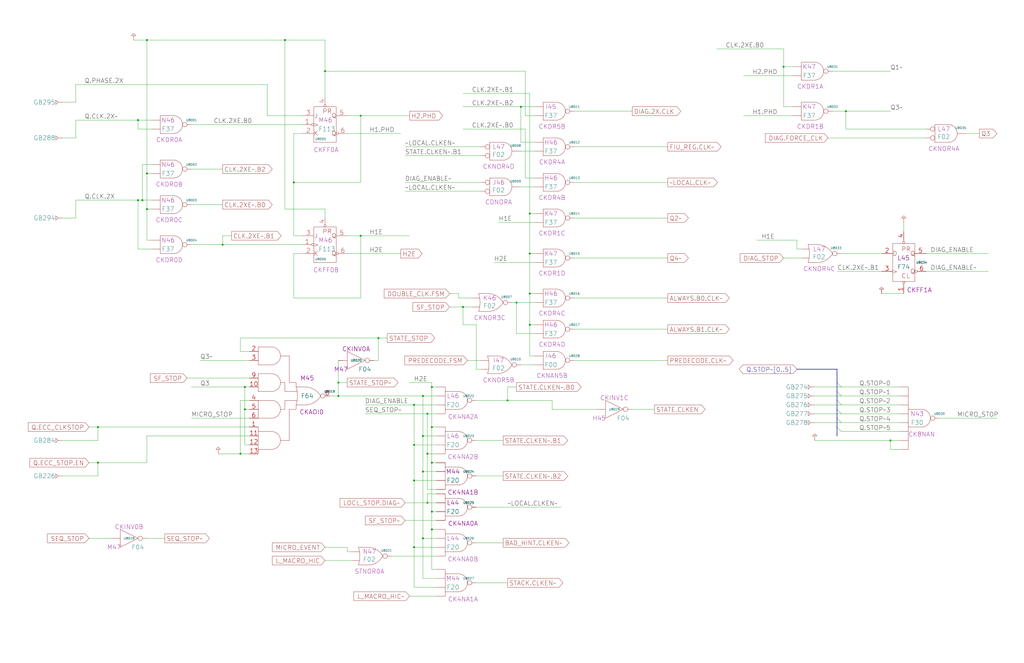
<source format=kicad_sch>
(kicad_sch (version 20211123) (generator eeschema)
  (paper "User" 584.2 378.46)
  (title_block (title "CLOCK GENERATION") (date "22-MAY-90") (rev "1.0") (comment 1 "SEQUENCER") (comment 2 "232-003064") (comment 3 "S400") (comment 4 "RELEASED"))
  (lib_symbols
    (symbol "r1000:F00" (pin_numbers hide) (pin_names hide)
      (property "Reference" "U" (at 15.24 0 0))
      (property "Value" "F00" (at 1.905 -5.08 0))
      (property "Location" "___" (at 1.905 0 0))
      (property "Name" "______" (at 2.54 -12.7 0))
      (symbol "F00_1_1"
        (pin input line (at -7.62 0 0) (length 5.08) (name "D0") (number "1"))
        (pin input line (at -7.62 -5.08 0) (length 5.08) (name "D1") (number "2"))
        (pin output line (at 15.24 -2.54 180) (length 2.54) (name "Q") (number "3"))
      )
      (symbol "F00_1_2"
        (pin input line (at -7.62 0 0) (length 2.54) (name "D0") (number "1"))
        (pin input line (at -7.62 -5.08 0) (length 2.54) (name "D1") (number "2"))
        (pin output line (at 15.24 -2.54 180) (length 5.08) (name "Q") (number "3"))
      )
    )
    (symbol "r1000:F02" (pin_numbers hide) (pin_names hide)
      (property "Reference" "U" (at 12.16 0.635 0))
      (property "Value" "F02" (at -1.27 -4.445 0))
      (property "Location" "___" (at 2.54 0 0))
      (property "Name" "______" (at 2.54 -12.7 0))
      (symbol "F02_1_1"
        (pin input line (at -7.62 0 0) (length 2.54) (name "D0") (number "1"))
        (pin input line (at -7.62 -5.08 0) (length 2.54) (name "D1") (number "2"))
        (pin output line (at 15.24 -2.54 180) (length 1.27) (name "Q") (number "3"))
      )
      (symbol "F02_1_2"
        (pin input line (at -7.62 0 0) (length 2.54) (name "D0") (number "1"))
        (pin input line (at -7.62 -5.08 0) (length 2.54) (name "D1") (number "2"))
        (pin output line (at 15.24 -2.54 180) (length 2.54) (name "Q") (number "3"))
      )
    )
    (symbol "r1000:F04" (pin_numbers hide) (pin_names hide)
      (property "Reference" "U" (at 0 0 0))
      (property "Value" "F04" (at 1.27 -5.08 0))
      (property "Location" "___" (at -12.7 -5.08 0))
      (property "Name" "______" (at 0 5.08 0))
      (symbol "F04_1_1"
        (pin input line (at -10.16 0 0) (length 2.54) (name "D") (number "1"))
        (pin output line (at 10.16 0 180) (length 2.54) (name "Q") (number "2"))
      )
    )
    (symbol "r1000:F113" (pin_names (offset 1.016) hide)
      (property "Reference" "U" (at 0 -10.795 0))
      (property "Value" "F113" (at -1.27 -5.08 0))
      (property "Location" "___" (at -1.27 0 0))
      (property "Name" "______" (at 3.175 -18.415 0))
      (symbol "F113_1_1"
        (text ">" (at -2.54 -2.54 0) (effects (font (size 2.54 2.54))))
        (text "J" (at -2.54 2.54 0) (effects (font (size 2.54 2.54))))
        (text "K" (at -2.54 -7.62 0) (effects (font (size 2.54 2.54))))
        (text "P" (at 2.54 5.08 0) (effects (font (size 2.54 2.54))))
        (text "Q" (at 7.62 -7.62 0) (effects (font (size 2.54 2.54))))
        (text "Q" (at 7.62 2.54 0) (effects (font (size 2.54 2.54))))
        (text "R" (at 5.08 5.08 0) (effects (font (size 2.54 2.54))))
        (pin input line (at -10.16 -2.54 0) (length 5.08) (name "CLK_") (number "1"))
        (pin input line (at -10.16 -7.62 0) (length 6.35) (name "K") (number "2"))
        (pin input line (at -10.16 2.54 0) (length 6.35) (name "J") (number "3"))
        (pin input line (at 2.54 12.7 270) (length 3.81) (name "PR_") (number "4"))
        (pin output line (at 15.24 2.54 180) (length 6.35) (name "Q") (number "5"))
        (pin output line (at 15.24 -7.62 180) (length 5.08) (name "Q_") (number "6"))
      )
    )
    (symbol "r1000:F20" (pin_numbers hide) (pin_names hide)
      (property "Reference" "U" (at 8.255 2.54 0))
      (property "Value" "F20" (at -0.635 -2.54 0))
      (property "Location" "___" (at -0.635 2.54 0))
      (property "Name" "______" (at 5.08 -10.795 0))
      (symbol "F20_1_1"
        (pin input line (at -10.16 7.62 0) (length 5.08) (name "D0") (number "1"))
        (pin input line (at -10.16 2.54 0) (length 5.08) (name "D1") (number "2"))
        (pin input line (at -10.16 -2.54 0) (length 5.08) (name "D2") (number "4"))
        (pin input line (at -10.16 -7.62 0) (length 5.08) (name "D3") (number "5"))
        (pin output line (at 12.7 0 180) (length 2.54) (name "Q") (number "6"))
      )
      (symbol "F20_1_2"
        (pin input line (at -10.16 7.62 0) (length 1.27) (name "D0") (number "1"))
        (pin input line (at -10.16 2.54 0) (length 1.905) (name "D1") (number "2"))
        (pin input line (at -10.16 -2.54 0) (length 1.905) (name "D2") (number "4"))
        (pin input line (at -10.16 -7.62 0) (length 1.27) (name "D3") (number "5"))
        (pin output line (at 12.7 0 180) (length 5.08) (name "Q") (number "6"))
      )
    )
    (symbol "r1000:F30" (pin_numbers hide) (pin_names hide)
      (property "Reference" "U" (at 15.24 2.54 0))
      (property "Value" "F30" (at 2.54 -2.54 0))
      (property "Location" "___" (at 2.54 2.54 0))
      (property "Name" "______" (at 5.08 -10.62 0))
      (symbol "F30_1_1"
        (pin input line (at -7.62 7.62 0) (length 5.08) (name "D0") (number "1"))
        (pin input line (at -7.62 17.78 0) (length 5.08) (name "D1") (number "11"))
        (pin input line (at -7.62 12.7 0) (length 5.08) (name "D2") (number "12"))
        (pin input line (at -7.62 2.54 0) (length 5.08) (name "D3") (number "2"))
        (pin input line (at -7.62 -2.54 0) (length 5.08) (name "D4") (number "3"))
        (pin input line (at -7.62 -7.62 0) (length 5.08) (name "D5") (number "4"))
        (pin input line (at -7.62 -12.7 0) (length 5.08) (name "D6") (number "5"))
        (pin input line (at -7.62 -17.78 0) (length 5.08) (name "D7") (number "6"))
        (pin output line (at 15.24 0 180) (length 2.54) (name "Q") (number "8"))
      )
    )
    (symbol "r1000:F37" (pin_numbers hide) (pin_names (offset 0) hide)
      (property "Reference" "U" (at 15.24 0 0))
      (property "Value" "F37" (at 1.905 -5.08 0))
      (property "Location" "___" (at 1.905 0 0))
      (property "Name" "______" (at 2.54 -12.7 0))
      (symbol "F37_1_1"
        (pin input line (at -7.62 0 0) (length 5.08) (name "D0") (number "1"))
        (pin input line (at -7.62 -5.08 0) (length 5.08) (name "D1") (number "2"))
        (pin output line (at 15.24 -2.54 180) (length 2.54) (name "Q") (number "3"))
      )
      (symbol "F37_1_2"
        (pin input line (at -7.62 0 0) (length 2.54) (name "D0") (number "1"))
        (pin input line (at -7.62 -5.08 0) (length 2.54) (name "D1") (number "2"))
        (pin output line (at 15.24 -2.54 180) (length 5.08) (name "Q") (number "3"))
      )
    )
    (symbol "r1000:F64" (pin_names hide)
      (property "Reference" "U" (at 15.24 2.54 0))
      (property "Value" "F64" (at 2.54 0 0))
      (property "Location" "___" (at 2.54 10.16 0))
      (property "Name" "______" (at 5.08 -10.62 0))
      (symbol "F64_1_1"
        (pin input line (at -30.48 -17.78 0) (length 5.08) (name "D0") (number "1"))
        (pin input line (at -30.48 5.08 0) (length 5.08) (name "B1") (number "10"))
        (pin input line (at -30.48 -22.86 0) (length 5.08) (name "D1") (number "11"))
        (pin input line (at -30.48 -27.94 0) (length 5.08) (name "D2") (number "12"))
        (pin input line (at -30.48 -33.02 0) (length 5.08) (name "D3") (number "13"))
        (pin input line (at -30.48 25.4 0) (length 5.08) (name "A0") (number "2"))
        (pin input line (at -30.48 20.32 0) (length 5.08) (name "A1") (number "3"))
        (pin input line (at -30.48 -2.54 0) (length 5.08) (name "C0") (number "4"))
        (pin input line (at -30.48 -7.62 0) (length 5.08) (name "C1") (number "5"))
        (pin input line (at -30.48 -12.7 0) (length 5.08) (name "C2") (number "6"))
        (pin output line (at 15.24 0 180) (length 2.54) (name "Q") (number "8"))
        (pin input line (at -30.48 10.16 0) (length 5.08) (name "B0") (number "9"))
      )
    )
    (symbol "r1000:F74" (pin_names (offset 1.016) hide)
      (property "Reference" "U" (at 12.7 -2.54 0))
      (property "Value" "F74" (at -1.27 -5.08 0))
      (property "Location" "___" (at -1.27 0 0))
      (property "Name" "______" (at 11.43 -19.685 0))
      (symbol "F74_1_1"
        (text ">" (at -2.54 -7.62 0) (effects (font (size 2.54 2.54))))
        (text "C" (at 2.54 -10.16 0) (effects (font (size 2.54 2.54))))
        (text "D" (at -2.54 2.54 0) (effects (font (size 2.54 2.54))))
        (text "L" (at 5.08 -10.16 0) (effects (font (size 2.54 2.54))))
        (text "P" (at 2.54 5.08 0) (effects (font (size 2.54 2.54))))
        (text "Q" (at 7.62 -7.62 0) (effects (font (size 2.54 2.54))))
        (text "Q" (at 7.62 2.54 0) (effects (font (size 2.54 2.54))))
        (text "R" (at 5.08 5.08 0) (effects (font (size 2.54 2.54))))
        (pin input line (at 2.54 -20.32 90) (length 5.08) (name "CL_") (number "1"))
        (pin input line (at -10.16 2.54 0) (length 6.35) (name "D") (number "2"))
        (pin input line (at -10.16 -7.62 0) (length 6.35) (name "CLK") (number "3"))
        (pin input line (at 2.54 15.24 270) (length 5.08) (name "PR_") (number "4"))
        (pin output line (at 15.24 2.54 180) (length 6.35) (name "Q") (number "5"))
        (pin output line (at 15.24 -7.62 180) (length 5.08) (name "Q_") (number "6"))
      )
    )
    (symbol "r1000:GB" (pin_numbers hide) (pin_names (offset 0) hide)
      (property "Reference" "GB" (at 3.81 0 0))
      (symbol "GB_1_1"
        (pin bidirectional line (at 0 0 0) (length 2.54) (name "") (number "1"))
      )
    )
    (symbol "r1000:PU" (power) (pin_numbers hide) (pin_names hide)
      (symbol "PU_1_1"
        (pin power_in line (at 0 0 90) (length 2.54) (name "PU") (number "1"))
      )
    )
  )
  (bus (pts (xy 454.66 210.82) (xy 477.52 210.82)))
  (bus (pts (xy 477.52 210.82) (xy 477.52 218.44)))
  (bus (pts (xy 477.52 218.44) (xy 477.52 223.52)))
  (bus (pts (xy 477.52 223.52) (xy 477.52 228.6)))
  (bus (pts (xy 477.52 228.6) (xy 477.52 233.68)))
  (bus (pts (xy 477.52 233.68) (xy 477.52 238.76)))
  (bus (pts (xy 477.52 238.76) (xy 477.52 243.84)))
  (bus (pts (xy 477.52 243.84) (xy 477.52 248.92)))
  (wire (pts (xy 106.68 215.9) (xy 142.24 215.9)))
  (wire (pts (xy 109.22 116.84) (xy 127 116.84)))
  (wire (pts (xy 109.22 139.7) (xy 127 139.7)))
  (wire (pts (xy 109.22 220.98) (xy 139.7 220.98)))
  (wire (pts (xy 109.22 238.76) (xy 142.24 238.76)))
  (wire (pts (xy 109.22 71.12) (xy 172.72 71.12)))
  (wire (pts (xy 109.22 96.52) (xy 127 96.52)))
  (wire (pts (xy 114.3 205.74) (xy 142.24 205.74)))
  (wire (pts (xy 124.46 259.08) (xy 137.16 259.08)))
  (wire (pts (xy 127 134.62) (xy 127 139.7)))
  (wire (pts (xy 127 139.7) (xy 172.72 139.7)))
  (wire (pts (xy 132.08 134.62) (xy 127 134.62)))
  (wire (pts (xy 137.16 193.04) (xy 215.9 193.04)))
  (wire (pts (xy 137.16 200.66) (xy 137.16 193.04)))
  (wire (pts (xy 137.16 200.66) (xy 142.24 200.66)))
  (wire (pts (xy 137.16 228.6) (xy 142.24 228.6)))
  (wire (pts (xy 137.16 259.08) (xy 137.16 228.6)))
  (wire (pts (xy 137.16 259.08) (xy 142.24 259.08)))
  (wire (pts (xy 139.7 220.98) (xy 139.7 233.68)))
  (wire (pts (xy 139.7 220.98) (xy 142.24 220.98)))
  (wire (pts (xy 139.7 233.68) (xy 139.7 254)))
  (wire (pts (xy 139.7 233.68) (xy 142.24 233.68)))
  (wire (pts (xy 139.7 254) (xy 142.24 254)))
  (wire (pts (xy 152.4 48.26) (xy 152.4 66.04)))
  (wire (pts (xy 152.4 66.04) (xy 172.72 66.04)))
  (wire (pts (xy 162.56 119.38) (xy 185.42 119.38)))
  (wire (pts (xy 162.56 22.86) (xy 162.56 119.38)))
  (wire (pts (xy 162.56 22.86) (xy 185.42 22.86)))
  (wire (pts (xy 167.64 104.14) (xy 167.64 134.62)))
  (wire (pts (xy 167.64 104.14) (xy 205.74 104.14)))
  (wire (pts (xy 167.64 134.62) (xy 172.72 134.62)))
  (wire (pts (xy 167.64 144.78) (xy 172.72 144.78)))
  (wire (pts (xy 167.64 170.18) (xy 167.64 144.78)))
  (wire (pts (xy 167.64 76.2) (xy 167.64 104.14)))
  (wire (pts (xy 172.72 76.2) (xy 167.64 76.2)))
  (wire (pts (xy 185.42 119.38) (xy 185.42 124.46)))
  (wire (pts (xy 185.42 22.86) (xy 185.42 40.64)))
  (wire (pts (xy 185.42 312.42) (xy 198.12 312.42)))
  (wire (pts (xy 185.42 320.04) (xy 200.66 320.04)))
  (wire (pts (xy 185.42 40.64) (xy 185.42 55.88)))
  (wire (pts (xy 185.42 40.64) (xy 299.72 40.64)))
  (wire (pts (xy 187.96 226.06) (xy 193.04 226.06)))
  (wire (pts (xy 193.04 205.74) (xy 193.04 218.44)))
  (wire (pts (xy 193.04 218.44) (xy 193.04 226.06)))
  (wire (pts (xy 193.04 218.44) (xy 198.12 218.44)))
  (wire (pts (xy 193.04 226.06) (xy 241.3 226.06)))
  (wire (pts (xy 198.12 134.62) (xy 205.74 134.62)))
  (wire (pts (xy 198.12 144.78) (xy 228.6 144.78)))
  (wire (pts (xy 198.12 312.42) (xy 198.12 314.96)))
  (wire (pts (xy 198.12 314.96) (xy 200.66 314.96)))
  (wire (pts (xy 198.12 66.04) (xy 205.74 66.04)))
  (wire (pts (xy 198.12 76.2) (xy 228.6 76.2)))
  (wire (pts (xy 205.74 134.62) (xy 205.74 170.18)))
  (wire (pts (xy 205.74 134.62) (xy 233.68 134.62)))
  (wire (pts (xy 205.74 170.18) (xy 167.64 170.18)))
  (wire (pts (xy 205.74 66.04) (xy 205.74 104.14)))
  (wire (pts (xy 205.74 66.04) (xy 233.68 66.04)))
  (wire (pts (xy 208.28 231.14) (xy 236.22 231.14)))
  (wire (pts (xy 208.28 236.22) (xy 243.84 236.22)))
  (wire (pts (xy 213.36 205.74) (xy 215.9 205.74)))
  (wire (pts (xy 215.9 193.04) (xy 220.98 193.04)))
  (wire (pts (xy 215.9 205.74) (xy 215.9 193.04)))
  (wire (pts (xy 223.52 317.5) (xy 248.92 317.5)))
  (wire (pts (xy 231.14 104.14) (xy 274.32 104.14)))
  (wire (pts (xy 231.14 109.22) (xy 274.32 109.22)))
  (wire (pts (xy 231.14 287.02) (xy 243.84 287.02)))
  (wire (pts (xy 231.14 297.18) (xy 248.92 297.18)))
  (wire (pts (xy 231.14 83.82) (xy 274.32 83.82)))
  (wire (pts (xy 231.14 88.9) (xy 274.32 88.9)))
  (wire (pts (xy 233.68 218.44) (xy 246.38 218.44)))
  (wire (pts (xy 233.68 340.36) (xy 248.92 340.36)))
  (wire (pts (xy 236.22 231.14) (xy 236.22 254)))
  (wire (pts (xy 236.22 231.14) (xy 248.92 231.14)))
  (wire (pts (xy 236.22 254) (xy 236.22 274.32)))
  (wire (pts (xy 236.22 254) (xy 248.92 254)))
  (wire (pts (xy 236.22 274.32) (xy 236.22 312.42)))
  (wire (pts (xy 236.22 274.32) (xy 248.92 274.32)))
  (wire (pts (xy 236.22 312.42) (xy 236.22 335.28)))
  (wire (pts (xy 236.22 312.42) (xy 248.92 312.42)))
  (wire (pts (xy 236.22 335.28) (xy 248.92 335.28)))
  (wire (pts (xy 241.3 226.06) (xy 241.3 248.92)))
  (wire (pts (xy 241.3 226.06) (xy 248.92 226.06)))
  (wire (pts (xy 241.3 248.92) (xy 241.3 269.24)))
  (wire (pts (xy 241.3 248.92) (xy 248.92 248.92)))
  (wire (pts (xy 241.3 269.24) (xy 241.3 307.34)))
  (wire (pts (xy 241.3 269.24) (xy 248.92 269.24)))
  (wire (pts (xy 241.3 307.34) (xy 241.3 330.2)))
  (wire (pts (xy 241.3 307.34) (xy 248.92 307.34)))
  (wire (pts (xy 241.3 330.2) (xy 248.92 330.2)))
  (wire (pts (xy 243.84 236.22) (xy 243.84 259.08)))
  (wire (pts (xy 243.84 236.22) (xy 248.92 236.22)))
  (wire (pts (xy 243.84 259.08) (xy 243.84 279.4)))
  (wire (pts (xy 243.84 259.08) (xy 248.92 259.08)))
  (wire (pts (xy 243.84 279.4) (xy 248.92 279.4)))
  (wire (pts (xy 243.84 281.94) (xy 243.84 287.02)))
  (wire (pts (xy 243.84 281.94) (xy 248.92 281.94)))
  (wire (pts (xy 243.84 287.02) (xy 248.92 287.02)))
  (wire (pts (xy 246.38 218.44) (xy 246.38 220.98)))
  (wire (pts (xy 246.38 220.98) (xy 246.38 243.84)))
  (wire (pts (xy 246.38 220.98) (xy 248.92 220.98)))
  (wire (pts (xy 246.38 243.84) (xy 246.38 264.16)))
  (wire (pts (xy 246.38 243.84) (xy 248.92 243.84)))
  (wire (pts (xy 246.38 264.16) (xy 246.38 292.1)))
  (wire (pts (xy 246.38 264.16) (xy 248.92 264.16)))
  (wire (pts (xy 246.38 292.1) (xy 246.38 302.26)))
  (wire (pts (xy 246.38 292.1) (xy 248.92 292.1)))
  (wire (pts (xy 246.38 302.26) (xy 246.38 325.12)))
  (wire (pts (xy 246.38 302.26) (xy 248.92 302.26)))
  (wire (pts (xy 246.38 325.12) (xy 248.92 325.12)))
  (wire (pts (xy 256.54 167.64) (xy 261.62 167.64)))
  (wire (pts (xy 256.54 175.26) (xy 264.16 175.26)))
  (wire (pts (xy 261.62 167.64) (xy 261.62 170.18)))
  (wire (pts (xy 261.62 170.18) (xy 269.24 170.18)))
  (wire (pts (xy 264.16 175.26) (xy 264.16 185.42)))
  (wire (pts (xy 264.16 175.26) (xy 269.24 175.26)))
  (wire (pts (xy 264.16 185.42) (xy 271.78 185.42)))
  (wire (pts (xy 264.16 53.34) (xy 302.26 53.34)))
  (wire (pts (xy 264.16 60.96) (xy 297.18 60.96)))
  (wire (pts (xy 264.16 73.66) (xy 299.72 73.66)))
  (wire (pts (xy 266.7 205.74) (xy 274.32 205.74)))
  (wire (pts (xy 271.78 185.42) (xy 271.78 210.82)))
  (wire (pts (xy 271.78 210.82) (xy 274.32 210.82)))
  (wire (pts (xy 271.78 228.6) (xy 289.56 228.6)))
  (wire (pts (xy 271.78 251.46) (xy 287.02 251.46)))
  (wire (pts (xy 271.78 271.78) (xy 287.02 271.78)))
  (wire (pts (xy 271.78 289.56) (xy 320.04 289.56)))
  (wire (pts (xy 271.78 309.88) (xy 287.02 309.88)))
  (wire (pts (xy 271.78 332.74) (xy 289.56 332.74)))
  (wire (pts (xy 281.94 149.86) (xy 304.8 149.86)))
  (wire (pts (xy 284.48 127) (xy 304.8 127)))
  (wire (pts (xy 289.56 220.98) (xy 289.56 228.6)))
  (wire (pts (xy 289.56 228.6) (xy 314.96 228.6)))
  (wire (pts (xy 292.1 172.72) (xy 294.64 172.72)))
  (wire (pts (xy 294.64 172.72) (xy 304.8 172.72)))
  (wire (pts (xy 294.64 190.5) (xy 294.64 172.72)))
  (wire (pts (xy 294.64 220.98) (xy 289.56 220.98)))
  (wire (pts (xy 297.18 106.68) (xy 304.8 106.68)))
  (wire (pts (xy 297.18 208.28) (xy 304.8 208.28)))
  (wire (pts (xy 297.18 60.96) (xy 304.8 60.96)))
  (wire (pts (xy 297.18 81.28) (xy 297.18 60.96)))
  (wire (pts (xy 297.18 86.36) (xy 304.8 86.36)))
  (wire (pts (xy 299.72 101.6) (xy 304.8 101.6)))
  (wire (pts (xy 299.72 40.64) (xy 299.72 66.04)))
  (wire (pts (xy 299.72 66.04) (xy 304.8 66.04)))
  (wire (pts (xy 299.72 73.66) (xy 299.72 101.6)))
  (wire (pts (xy 302.26 121.92) (xy 302.26 144.78)))
  (wire (pts (xy 302.26 121.92) (xy 304.8 121.92)))
  (wire (pts (xy 302.26 144.78) (xy 302.26 167.64)))
  (wire (pts (xy 302.26 144.78) (xy 304.8 144.78)))
  (wire (pts (xy 302.26 167.64) (xy 302.26 185.42)))
  (wire (pts (xy 302.26 167.64) (xy 304.8 167.64)))
  (wire (pts (xy 302.26 185.42) (xy 302.26 203.2)))
  (wire (pts (xy 302.26 185.42) (xy 304.8 185.42)))
  (wire (pts (xy 302.26 203.2) (xy 304.8 203.2)))
  (wire (pts (xy 302.26 53.34) (xy 302.26 121.92)))
  (wire (pts (xy 304.8 190.5) (xy 294.64 190.5)))
  (wire (pts (xy 304.8 81.28) (xy 297.18 81.28)))
  (wire (pts (xy 314.96 228.6) (xy 314.96 233.68)))
  (wire (pts (xy 314.96 233.68) (xy 340.36 233.68)))
  (wire (pts (xy 327.66 104.14) (xy 381 104.14)))
  (wire (pts (xy 327.66 124.46) (xy 381 124.46)))
  (wire (pts (xy 327.66 147.32) (xy 381 147.32)))
  (wire (pts (xy 327.66 170.18) (xy 381 170.18)))
  (wire (pts (xy 327.66 187.96) (xy 381 187.96)))
  (wire (pts (xy 327.66 205.74) (xy 381 205.74)))
  (wire (pts (xy 327.66 63.5) (xy 360.68 63.5)))
  (wire (pts (xy 327.66 83.82) (xy 381 83.82)))
  (wire (pts (xy 35.56 124.46) (xy 43.18 124.46)))
  (wire (pts (xy 35.56 251.46) (xy 55.88 251.46)))
  (wire (pts (xy 35.56 271.78) (xy 55.88 271.78)))
  (wire (pts (xy 35.56 58.42) (xy 43.18 58.42)))
  (wire (pts (xy 35.56 78.74) (xy 43.18 78.74)))
  (wire (pts (xy 360.68 233.68) (xy 373.38 233.68)))
  (wire (pts (xy 408.94 27.94) (xy 447.04 27.94)))
  (wire (pts (xy 424.18 43.18) (xy 452.12 43.18)))
  (wire (pts (xy 424.18 66.04) (xy 452.12 66.04)))
  (wire (pts (xy 43.18 114.3) (xy 78.74 114.3)))
  (wire (pts (xy 43.18 124.46) (xy 43.18 114.3)))
  (wire (pts (xy 43.18 48.26) (xy 152.4 48.26)))
  (wire (pts (xy 43.18 58.42) (xy 43.18 48.26)))
  (wire (pts (xy 43.18 68.58) (xy 78.74 68.58)))
  (wire (pts (xy 43.18 78.74) (xy 43.18 68.58)))
  (wire (pts (xy 431.8 137.16) (xy 454.66 137.16)))
  (wire (pts (xy 447.04 147.32) (xy 457.2 147.32)))
  (wire (pts (xy 447.04 38.1) (xy 447.04 27.94)))
  (wire (pts (xy 447.04 38.1) (xy 452.12 38.1)))
  (wire (pts (xy 447.04 60.96) (xy 447.04 38.1)))
  (wire (pts (xy 452.12 60.96) (xy 447.04 60.96)))
  (wire (pts (xy 454.66 142.24) (xy 454.66 137.16)))
  (wire (pts (xy 457.2 142.24) (xy 454.66 142.24)))
  (wire (pts (xy 464.82 220.98) (xy 480.06 220.98)))
  (wire (pts (xy 464.82 226.06) (xy 480.06 226.06)))
  (wire (pts (xy 464.82 231.14) (xy 480.06 231.14)))
  (wire (pts (xy 464.82 236.22) (xy 480.06 236.22)))
  (wire (pts (xy 464.82 241.3) (xy 480.06 241.3)))
  (wire (pts (xy 464.82 251.46) (xy 508 251.46)))
  (wire (pts (xy 472.44 78.74) (xy 528.32 78.74)))
  (wire (pts (xy 474.98 40.64) (xy 508 40.64)))
  (wire (pts (xy 474.98 63.5) (xy 482.6 63.5)))
  (wire (pts (xy 477.52 154.94) (xy 502.92 154.94)))
  (wire (pts (xy 480.06 144.78) (xy 502.92 144.78)))
  (wire (pts (xy 480.06 220.98) (xy 513.08 220.98)))
  (wire (pts (xy 480.06 226.06) (xy 513.08 226.06)))
  (wire (pts (xy 480.06 231.14) (xy 513.08 231.14)))
  (wire (pts (xy 480.06 236.22) (xy 513.08 236.22)))
  (wire (pts (xy 480.06 241.3) (xy 513.08 241.3)))
  (wire (pts (xy 480.06 246.38) (xy 513.08 246.38)))
  (wire (pts (xy 482.6 63.5) (xy 482.6 73.66)))
  (wire (pts (xy 482.6 63.5) (xy 508 63.5)))
  (wire (pts (xy 482.6 73.66) (xy 528.32 73.66)))
  (wire (pts (xy 50.8 243.84) (xy 55.88 243.84)))
  (wire (pts (xy 50.8 264.16) (xy 55.88 264.16)))
  (wire (pts (xy 50.8 307.34) (xy 63.5 307.34)))
  (wire (pts (xy 502.92 167.64) (xy 515.62 167.64)))
  (wire (pts (xy 508 251.46) (xy 508 256.54)))
  (wire (pts (xy 508 251.46) (xy 513.08 251.46)))
  (wire (pts (xy 508 256.54) (xy 513.08 256.54)))
  (wire (pts (xy 515.62 127) (xy 515.62 132.08)))
  (wire (pts (xy 528.32 144.78) (xy 563.88 144.78)))
  (wire (pts (xy 528.32 154.94) (xy 563.88 154.94)))
  (wire (pts (xy 535.94 238.76) (xy 568.96 238.76)))
  (wire (pts (xy 55.88 243.84) (xy 142.24 243.84)))
  (wire (pts (xy 55.88 251.46) (xy 55.88 243.84)))
  (wire (pts (xy 55.88 264.16) (xy 83.82 264.16)))
  (wire (pts (xy 55.88 271.78) (xy 55.88 264.16)))
  (wire (pts (xy 551.18 76.2) (xy 558.8 76.2)))
  (wire (pts (xy 76.2 22.86) (xy 83.82 22.86)))
  (wire (pts (xy 78.74 114.3) (xy 78.74 142.24)))
  (wire (pts (xy 78.74 114.3) (xy 81.28 114.3)))
  (wire (pts (xy 78.74 142.24) (xy 86.36 142.24)))
  (wire (pts (xy 78.74 68.58) (xy 86.36 68.58)))
  (wire (pts (xy 78.74 73.66) (xy 78.74 68.58)))
  (wire (pts (xy 78.74 73.66) (xy 86.36 73.66)))
  (wire (pts (xy 81.28 114.3) (xy 86.36 114.3)))
  (wire (pts (xy 81.28 93.98) (xy 81.28 114.3)))
  (wire (pts (xy 83.82 119.38) (xy 83.82 137.16)))
  (wire (pts (xy 83.82 119.38) (xy 86.36 119.38)))
  (wire (pts (xy 83.82 137.16) (xy 86.36 137.16)))
  (wire (pts (xy 83.82 22.86) (xy 162.56 22.86)))
  (wire (pts (xy 83.82 22.86) (xy 83.82 99.06)))
  (wire (pts (xy 83.82 248.92) (xy 142.24 248.92)))
  (wire (pts (xy 83.82 264.16) (xy 83.82 248.92)))
  (wire (pts (xy 83.82 307.34) (xy 93.98 307.34)))
  (wire (pts (xy 83.82 99.06) (xy 83.82 119.38)))
  (wire (pts (xy 83.82 99.06) (xy 86.36 99.06)))
  (wire (pts (xy 86.36 93.98) (xy 81.28 93.98)))
  (symbol (lib_id "r1000:GB") (at 35.56 58.42 0) (mirror y) (unit 1)
    (property "Reference" "GB295" (at 31.75 58.42 0) (effects (font (size 2.54 2.54)) (justify left)))
    (property "Value" "GB" (effects hide))
  )
  (symbol (lib_id "r1000:GB") (at 35.56 78.74 0) (mirror y) (unit 1)
    (property "Reference" "GB288" (at 31.75 78.74 0) (effects (font (size 2.54 2.54)) (justify left)))
    (property "Value" "GB" (effects hide))
  )
  (symbol (lib_id "r1000:GB") (at 35.56 124.46 0) (mirror y) (unit 1)
    (property "Reference" "GB294" (at 31.75 124.46 0) (effects (font (size 2.54 2.54)) (justify left)))
    (property "Value" "GB" (effects hide))
  )
  (symbol (lib_id "r1000:GB") (at 35.56 251.46 0) (mirror y) (unit 1)
    (property "Reference" "GB284" (at 31.75 251.46 0) (effects (font (size 2.54 2.54)) (justify left)))
    (property "Value" "GB" (effects hide))
  )
  (symbol (lib_id "r1000:GB") (at 35.56 271.78 0) (mirror y) (unit 1)
    (property "Reference" "GB226" (at 31.75 271.78 0) (effects (font (size 2.54 2.54)) (justify left)))
    (property "Value" "GB" (effects hide))
  )
  (label "Q.PHASE.2X" (at 48.26 48.26 0) (effects (font (size 2.54 2.54))))
  (label "Q.CLK.2X~" (at 48.26 68.58 0) (effects (font (size 2.54 2.54))))
  (label "Q.CLK.2X" (at 48.26 114.3 0) (effects (font (size 2.54 2.54))))
  (global_label "Q.ECC_CLKSTOP" (shape input) (at 50.8 243.84 180) (effects (font (size 2.54 2.54))) (property "Intersheet References" "${INTERSHEET_REFS}" (at 15.7178 243.6813 0) (effects (font (size 2.54 2.54)) (justify right))))
  (global_label "Q.ECC_STOP.EN" (shape input) (at 50.8 264.16 180) (effects (font (size 2.54 2.54))) (property "Intersheet References" "${INTERSHEET_REFS}" (at 17.0664 264.0013 0) (effects (font (size 2.54 2.54)) (justify right))))
  (global_label "SEQ_STOP" (shape input) (at 50.8 307.34 180) (effects (font (size 2.54 2.54))) (property "Intersheet References" "${INTERSHEET_REFS}" (at 27.1054 307.1813 0) (effects (font (size 2.54 2.54)) (justify right))))
  (junction (at 55.88 243.84))
  (junction (at 55.88 264.16))
  (symbol (lib_id "r1000:F04") (at 73.66 307.34 0) (unit 1)
    (property "Reference" "U8018" (at 73.66 307.34 0))
    (property "Value" "F04" (at 74.93 312.42 0) (effects (font (size 2.54 2.54)) (justify left)))
    (property "Location" "M47" (at 60.96 312.42 0) (effects (font (size 2.54 2.54)) (justify left)))
    (property "Name" "CKINV0B" (at 73.66 302.26 0) (effects (font (size 2.54 2.54)) (justify bottom)))
  )
  (symbol (lib_id "r1000:PU") (at 76.2 22.86 0) (unit 1)
    (property "Reference" "#PWR08001" (effects hide))
    (property "Value" "PU" (effects hide))
  )
  (junction (at 78.74 68.58))
  (junction (at 78.74 114.3))
  (junction (at 81.28 114.3))
  (junction (at 83.82 22.86))
  (junction (at 83.82 99.06))
  (junction (at 83.82 119.38))
  (symbol (lib_id "r1000:F37") (at 93.98 68.58 0) (unit 1)
    (property "Reference" "U8001" (at 109.22 68.58 0))
    (property "Value" "F37" (at 95.885 73.66 0) (effects (font (size 2.54 2.54))))
    (property "Location" "N46" (at 95.885 68.58 0) (effects (font (size 2.54 2.54))))
    (property "Name" "CKDR0A" (at 96.52 81.28 0) (effects (font (size 2.54 2.54)) (justify bottom)))
  )
  (symbol (lib_id "r1000:F37") (at 93.98 93.98 0) (unit 1)
    (property "Reference" "U8002" (at 109.22 93.98 0))
    (property "Value" "F37" (at 95.885 99.06 0) (effects (font (size 2.54 2.54))))
    (property "Location" "N46" (at 95.885 93.98 0) (effects (font (size 2.54 2.54))))
    (property "Name" "CKDR0B" (at 96.52 106.68 0) (effects (font (size 2.54 2.54)) (justify bottom)))
  )
  (symbol (lib_id "r1000:F37") (at 93.98 114.3 0) (unit 1)
    (property "Reference" "U8003" (at 109.22 114.3 0))
    (property "Value" "F37" (at 95.885 119.38 0) (effects (font (size 2.54 2.54))))
    (property "Location" "N46" (at 95.885 114.3 0) (effects (font (size 2.54 2.54))))
    (property "Name" "CKDR0C" (at 96.52 127 0) (effects (font (size 2.54 2.54)) (justify bottom)))
  )
  (symbol (lib_id "r1000:F37") (at 93.98 137.16 0) (unit 1)
    (property "Reference" "U8004" (at 109.22 137.16 0))
    (property "Value" "F37" (at 95.885 142.24 0) (effects (font (size 2.54 2.54))))
    (property "Location" "N46" (at 95.885 137.16 0) (effects (font (size 2.54 2.54))))
    (property "Name" "CKDR0D" (at 96.52 149.86 0) (effects (font (size 2.54 2.54)) (justify bottom)))
  )
  (global_label "SEQ_STOP~" (shape output) (at 93.98 307.34 0) (effects (font (size 2.54 2.54))) (property "Intersheet References" "${INTERSHEET_REFS}" (at 119.4889 307.1813 0) (effects (font (size 2.54 2.54)) (justify left))))
  (global_label "SF_STOP" (shape input) (at 106.68 215.9 180) (effects (font (size 2.54 2.54))) (property "Intersheet References" "${INTERSHEET_REFS}" (at 85.7673 215.7413 0) (effects (font (size 2.54 2.54)) (justify right))))
  (label "MICRO_STOP" (at 109.22 238.76 0) (effects (font (size 2.54 2.54))))
  (label "Q3~" (at 114.3 205.74 0) (effects (font (size 2.54 2.54))))
  (label "Q3" (at 114.3 220.98 0) (effects (font (size 2.54 2.54))))
  (label "CLK.2XE.B0" (at 121.92 71.12 0) (effects (font (size 2.54 2.54))))
  (symbol (lib_id "r1000:PU") (at 124.46 259.08 0) (unit 1)
    (property "Reference" "#PWR08002" (effects hide))
    (property "Value" "PU" (effects hide))
  )
  (global_label "CLK.2XE~.B2" (shape output) (at 127 96.52 0) (effects (font (size 2.54 2.54))) (property "Intersheet References" "${INTERSHEET_REFS}" (at 155.2908 96.3613 0) (effects (font (size 2.54 2.54)) (justify left))))
  (global_label "CLK.2XE~.B0" (shape output) (at 127 116.84 0) (effects (font (size 2.54 2.54))) (property "Intersheet References" "${INTERSHEET_REFS}" (at 155.2908 116.6813 0) (effects (font (size 2.54 2.54)) (justify left))))
  (junction (at 127 139.7))
  (global_label "CLK.2XE~.B1" (shape output) (at 132.08 134.62 0) (effects (font (size 2.54 2.54))) (property "Intersheet References" "${INTERSHEET_REFS}" (at 160.3708 134.4613 0) (effects (font (size 2.54 2.54)) (justify left))))
  (junction (at 137.16 259.08))
  (junction (at 139.7 220.98))
  (junction (at 139.7 233.68))
  (junction (at 162.56 22.86))
  (junction (at 167.64 104.14))
  (symbol (lib_id "r1000:F64") (at 172.72 226.06 0) (unit 1)
    (property "Reference" "U8019" (at 187.96 223.52 0))
    (property "Value" "F64" (at 175.26 226.06 0) (effects (font (size 2.54 2.54))))
    (property "Location" "M45" (at 175.26 215.9 0) (effects (font (size 2.54 2.54))))
    (property "Name" "CKAOI0" (at 177.8 236.68 0) (effects (font (size 2.54 2.54)) (justify bottom)))
  )
  (symbol (lib_id "r1000:F113") (at 182.88 68.58 0) (unit 1)
    (property "Reference" "U8005" (at 182.88 79.375 0))
    (property "Value" "F113" (at 181.61 73.66 0) (effects (font (size 2.54 2.54)) (justify left)))
    (property "Location" "M46" (at 181.61 68.58 0) (effects (font (size 2.54 2.54)) (justify left)))
    (property "Name" "CKFF0A" (at 186.055 86.995 0) (effects (font (size 2.54 2.54)) (justify bottom)))
  )
  (symbol (lib_id "r1000:F113") (at 182.88 137.16 0) (unit 1)
    (property "Reference" "U8006" (at 182.88 147.955 0))
    (property "Value" "F113" (at 181.61 142.24 0) (effects (font (size 2.54 2.54)) (justify left)))
    (property "Location" "M46" (at 181.61 137.16 0) (effects (font (size 2.54 2.54)) (justify left)))
    (property "Name" "CKFF0B" (at 186.055 155.575 0) (effects (font (size 2.54 2.54)) (justify bottom)))
  )
  (junction (at 185.42 40.64))
  (global_label "MICRO_EVENT" (shape input) (at 185.42 312.42 180) (effects (font (size 2.54 2.54))) (property "Intersheet References" "${INTERSHEET_REFS}" (at 155.4359 312.2613 0) (effects (font (size 2.54 2.54)) (justify right))))
  (global_label "L_MACRO_HIC" (shape input) (at 185.42 320.04 180) (effects (font (size 2.54 2.54))) (property "Intersheet References" "${INTERSHEET_REFS}" (at 155.4359 319.8813 0) (effects (font (size 2.54 2.54)) (justify right))))
  (junction (at 193.04 218.44))
  (junction (at 193.04 226.06))
  (global_label "STATE_STOP~" (shape output) (at 198.12 218.44 0) (effects (font (size 2.54 2.54))) (property "Intersheet References" "${INTERSHEET_REFS}" (at 227.0155 218.2813 0) (effects (font (size 2.54 2.54)) (justify left))))
  (symbol (lib_id "r1000:F04") (at 203.2 205.74 0) (unit 1)
    (property "Reference" "U8020" (at 203.2 205.74 0))
    (property "Value" "F04" (at 204.47 210.82 0) (effects (font (size 2.54 2.54)) (justify left)))
    (property "Location" "M47" (at 190.5 210.82 0) (effects (font (size 2.54 2.54)) (justify left)))
    (property "Name" "CKINV0A" (at 203.2 200.66 0) (effects (font (size 2.54 2.54)) (justify bottom)))
  )
  (junction (at 205.74 66.04))
  (junction (at 205.74 134.62))
  (label "DIAG_ENABLE" (at 208.28 231.14 0) (effects (font (size 2.54 2.54))))
  (label "SEQ_STOP~" (at 208.28 236.22 0) (effects (font (size 2.54 2.54))))
  (symbol (lib_id "r1000:F02") (at 208.28 314.96 0) (unit 1)
    (property "Reference" "U8021" (at 220.44 314.325 0))
    (property "Value" "F02" (at 207.01 319.405 0) (effects (font (size 2.54 2.54)) (justify left)))
    (property "Location" "N47" (at 210.82 314.96 0) (effects (font (size 2.54 2.54))))
    (property "Name" "STNOR0A" (at 210.82 327.66 0) (effects (font (size 2.54 2.54)) (justify bottom)))
  )
  (label "H1.PHD" (at 210.82 76.2 0) (effects (font (size 2.54 2.54))))
  (label "H1E" (at 210.82 134.62 0) (effects (font (size 2.54 2.54))))
  (label "H2E" (at 210.82 144.78 0) (effects (font (size 2.54 2.54))))
  (junction (at 215.9 193.04))
  (global_label "STATE_STOP" (shape output) (at 220.98 193.04 0) (effects (font (size 2.54 2.54))) (property "Intersheet References" "${INTERSHEET_REFS}" (at 248.0612 192.8813 0) (effects (font (size 2.54 2.54)) (justify left))))
  (global_label "H2E" (shape output) (at 228.6 144.78 0) (effects (font (size 2.54 2.54))) (property "Intersheet References" "${INTERSHEET_REFS}" (at 240.8041 144.6213 0) (effects (font (size 2.54 2.54)) (justify left))))
  (label "~LOCAL.CLKEN~" (at 231.14 83.82 0) (effects (font (size 2.54 2.54))))
  (label "STATE.CLKEN~.B1" (at 231.14 88.9 0) (effects (font (size 2.54 2.54))))
  (label "DIAG_ENABLE~" (at 231.14 104.14 0) (effects (font (size 2.54 2.54))))
  (label "~LOCAL.CLKEN~" (at 231.14 109.22 0) (effects (font (size 2.54 2.54))))
  (global_label "LOCL_STOP.DIAG~" (shape input) (at 231.14 287.02 180) (effects (font (size 2.54 2.54))) (property "Intersheet References" "${INTERSHEET_REFS}" (at 194.0197 286.8613 0) (effects (font (size 2.54 2.54)) (justify right))))
  (global_label "SF_STOP~" (shape input) (at 231.14 297.18 180) (effects (font (size 2.54 2.54))) (property "Intersheet References" "${INTERSHEET_REFS}" (at 208.413 297.0213 0) (effects (font (size 2.54 2.54)) (justify right))))
  (global_label "H2.PHD" (shape output) (at 233.68 66.04 0) (effects (font (size 2.54 2.54))) (property "Intersheet References" "${INTERSHEET_REFS}" (at 252.5365 65.8813 0) (effects (font (size 2.54 2.54)) (justify left))))
  (global_label "L_MACRO_HIC~" (shape input) (at 233.68 340.36 180) (effects (font (size 2.54 2.54))) (property "Intersheet References" "${INTERSHEET_REFS}" (at 201.8816 340.2013 0) (effects (font (size 2.54 2.54)) (justify right))))
  (label "H2E" (at 236.22 218.44 0) (effects (font (size 2.54 2.54))))
  (junction (at 236.22 231.14))
  (junction (at 236.22 254))
  (junction (at 236.22 274.32))
  (junction (at 236.22 312.42))
  (junction (at 241.3 226.06))
  (junction (at 241.3 248.92))
  (junction (at 241.3 269.24))
  (junction (at 241.3 307.34))
  (junction (at 243.84 236.22))
  (junction (at 243.84 259.08))
  (junction (at 243.84 287.02))
  (junction (at 246.38 220.98))
  (junction (at 246.38 243.84))
  (junction (at 246.38 264.16))
  (junction (at 246.38 292.1))
  (junction (at 246.38 302.26))
  (global_label "DOUBLE_CLK.FSM" (shape input) (at 256.54 167.64 180) (effects (font (size 2.54 2.54))) (property "Intersheet References" "${INTERSHEET_REFS}" (at 219.1778 167.4813 0) (effects (font (size 2.54 2.54)) (justify right))))
  (global_label "SF_STOP" (shape input) (at 256.54 175.26 180) (effects (font (size 2.54 2.54))) (property "Intersheet References" "${INTERSHEET_REFS}" (at 235.6273 175.1013 0) (effects (font (size 2.54 2.54)) (justify right))))
  (symbol (lib_id "r1000:F20") (at 259.08 228.6 0) (unit 1)
    (property "Reference" "U8022" (at 267.335 226.06 0))
    (property "Value" "F20" (at 258.445 231.14 0) (effects (font (size 2.54 2.54))))
    (property "Location" "L46" (at 258.445 226.06 0) (effects (font (size 2.54 2.54))))
    (property "Name" "CK4NA2A" (at 264.16 239.395 0) (effects (font (size 2.54 2.54)) (justify bottom)))
  )
  (symbol (lib_id "r1000:F20") (at 259.08 251.46 0) (unit 1)
    (property "Reference" "U8023" (at 267.335 248.92 0))
    (property "Value" "F20" (at 258.445 254 0) (effects (font (size 2.54 2.54))))
    (property "Location" "L46" (at 258.445 248.92 0) (effects (font (size 2.54 2.54))))
    (property "Name" "CK4NA2B" (at 264.16 262.255 0) (effects (font (size 2.54 2.54)) (justify bottom)))
  )
  (symbol (lib_id "r1000:F20") (at 259.08 271.78 0) (unit 1)
    (property "Reference" "U8024" (at 267.335 269.24 0))
    (property "Value" "F20" (at 258.445 274.32 0) (effects (font (size 2.54 2.54))))
    (property "Location" "M44" (at 258.445 269.24 0) (effects (font (size 2.54 2.54))))
    (property "Name" "CK4NA1B" (at 264.16 282.575 0) (effects (font (size 2.54 2.54)) (justify bottom)))
  )
  (symbol (lib_id "r1000:F20") (at 259.08 289.56 0) (unit 1)
    (property "Reference" "U8025" (at 267.335 287.02 0))
    (property "Value" "F20" (at 258.445 292.1 0) (effects (font (size 2.54 2.54))))
    (property "Location" "L44" (at 258.445 287.02 0) (effects (font (size 2.54 2.54))))
    (property "Name" "CK4NA0A" (at 264.16 300.355 0) (effects (font (size 2.54 2.54)) (justify bottom)))
  )
  (symbol (lib_id "r1000:F20") (at 259.08 309.88 0) (unit 1)
    (property "Reference" "U8026" (at 267.335 307.34 0))
    (property "Value" "F20" (at 258.445 312.42 0) (effects (font (size 2.54 2.54))))
    (property "Location" "L44" (at 258.445 307.34 0) (effects (font (size 2.54 2.54))))
    (property "Name" "CK4NA0B" (at 264.16 320.675 0) (effects (font (size 2.54 2.54)) (justify bottom)))
  )
  (symbol (lib_id "r1000:F20") (at 259.08 332.74 0) (unit 1)
    (property "Reference" "U8027" (at 267.335 330.2 0))
    (property "Value" "F20" (at 258.445 335.28 0) (effects (font (size 2.54 2.54))))
    (property "Location" "M44" (at 258.445 330.2 0) (effects (font (size 2.54 2.54))))
    (property "Name" "CK4NA1A" (at 264.16 343.535 0) (effects (font (size 2.54 2.54)) (justify bottom)))
  )
  (junction (at 264.16 175.26))
  (global_label "PREDECODE.FSM" (shape input) (at 266.7 205.74 180) (effects (font (size 2.54 2.54))) (property "Intersheet References" "${INTERSHEET_REFS}" (at 230.9102 205.5813 0) (effects (font (size 2.54 2.54)) (justify right))))
  (label "CLK.2XE~.B1" (at 269.24 53.34 0) (effects (font (size 2.54 2.54))))
  (label "CLK.2XE~.B2" (at 269.24 60.96 0) (effects (font (size 2.54 2.54))))
  (label "CLK.2XE~.B0" (at 269.24 73.66 0) (effects (font (size 2.54 2.54))))
  (symbol (lib_id "r1000:F02") (at 276.86 170.18 0) (unit 1)
    (property "Reference" "U8007" (at 289.02 169.545 0))
    (property "Value" "F02" (at 275.59 174.625 0) (effects (font (size 2.54 2.54)) (justify left)))
    (property "Location" "K46" (at 279.4 170.18 0) (effects (font (size 2.54 2.54))))
    (property "Name" "CKNOR3C" (at 279.4 182.88 0) (effects (font (size 2.54 2.54)) (justify bottom)))
  )
  (symbol (lib_id "r1000:F02") (at 281.94 83.82 0) (unit 1) (convert 2)
    (property "Reference" "U8008" (at 294.1 83.185 0))
    (property "Value" "F02" (at 280.67 88.265 0) (effects (font (size 2.54 2.54)) (justify left)))
    (property "Location" "L47" (at 284.48 83.82 0) (effects (font (size 2.54 2.54))))
    (property "Name" "CKNOR4D" (at 284.48 96.52 0) (effects (font (size 2.54 2.54)) (justify bottom)))
  )
  (symbol (lib_id "r1000:F02") (at 281.94 104.14 0) (unit 1) (convert 2)
    (property "Reference" "U8009" (at 294.1 103.505 0))
    (property "Value" "F02" (at 280.67 108.585 0) (effects (font (size 2.54 2.54)) (justify left)))
    (property "Location" "J46" (at 284.48 104.14 0) (effects (font (size 2.54 2.54))))
    (property "Name" "CDNORA" (at 284.48 116.84 0) (effects (font (size 2.54 2.54)) (justify bottom)))
  )
  (label "H2E" (at 281.94 149.86 0) (effects (font (size 2.54 2.54))))
  (symbol (lib_id "r1000:F02") (at 281.94 205.74 0) (unit 1)
    (property "Reference" "U8010" (at 294.1 205.105 0))
    (property "Value" "F02" (at 280.67 210.185 0) (effects (font (size 2.54 2.54)) (justify left)))
    (property "Location" "I47" (at 284.48 205.74 0) (effects (font (size 2.54 2.54))))
    (property "Name" "CKNOR5B" (at 284.48 218.44 0) (effects (font (size 2.54 2.54)) (justify bottom)))
  )
  (label "H1E" (at 284.48 127 0) (effects (font (size 2.54 2.54))))
  (global_label "STATE.CLKEN~.B1" (shape output) (at 287.02 251.46 0) (effects (font (size 2.54 2.54))) (property "Intersheet References" "${INTERSHEET_REFS}" (at 323.8984 251.3013 0) (effects (font (size 2.54 2.54)) (justify left))))
  (global_label "STATE.CLKEN~.B2" (shape output) (at 287.02 271.78 0) (effects (font (size 2.54 2.54))) (property "Intersheet References" "${INTERSHEET_REFS}" (at 323.8984 271.6213 0) (effects (font (size 2.54 2.54)) (justify left))))
  (global_label "BAD_HINT.CLKEN~" (shape output) (at 287.02 309.88 0) (effects (font (size 2.54 2.54))) (property "Intersheet References" "${INTERSHEET_REFS}" (at 324.6241 309.7213 0) (effects (font (size 2.54 2.54)) (justify left))))
  (junction (at 289.56 228.6))
  (label "~LOCAL.CLKEN~" (at 289.56 289.56 0) (effects (font (size 2.54 2.54))))
  (global_label "STACK.CLKEN~" (shape output) (at 289.56 332.74 0) (effects (font (size 2.54 2.54))) (property "Intersheet References" "${INTERSHEET_REFS}" (at 321.1165 332.5813 0) (effects (font (size 2.54 2.54)) (justify left))))
  (junction (at 294.64 172.72))
  (global_label "STATE.CLKEN~.B0" (shape output) (at 294.64 220.98 0) (effects (font (size 2.54 2.54))) (property "Intersheet References" "${INTERSHEET_REFS}" (at 331.5184 220.8213 0) (effects (font (size 2.54 2.54)) (justify left))))
  (junction (at 297.18 60.96))
  (junction (at 302.26 121.92))
  (junction (at 302.26 144.78))
  (junction (at 302.26 167.64))
  (junction (at 302.26 185.42))
  (symbol (lib_id "r1000:F37") (at 312.42 60.96 0) (unit 1)
    (property "Reference" "U8011" (at 327.66 60.96 0))
    (property "Value" "F37" (at 314.325 66.04 0) (effects (font (size 2.54 2.54))))
    (property "Location" "I45" (at 314.325 60.96 0) (effects (font (size 2.54 2.54))))
    (property "Name" "CKDR5B" (at 314.96 73.66 0) (effects (font (size 2.54 2.54)) (justify bottom)))
  )
  (symbol (lib_id "r1000:F37") (at 312.42 81.28 0) (unit 1)
    (property "Reference" "U8012" (at 327.66 81.28 0))
    (property "Value" "F37" (at 314.325 86.36 0) (effects (font (size 2.54 2.54))))
    (property "Location" "H46" (at 314.325 81.28 0) (effects (font (size 2.54 2.54))))
    (property "Name" "CKDR4A" (at 314.96 93.98 0) (effects (font (size 2.54 2.54)) (justify bottom)))
  )
  (symbol (lib_id "r1000:F37") (at 312.42 101.6 0) (unit 1)
    (property "Reference" "U8013" (at 327.66 101.6 0))
    (property "Value" "F37" (at 314.325 106.68 0) (effects (font (size 2.54 2.54))))
    (property "Location" "H46" (at 314.325 101.6 0) (effects (font (size 2.54 2.54))))
    (property "Name" "CKDR4B" (at 314.96 114.3 0) (effects (font (size 2.54 2.54)) (justify bottom)))
  )
  (symbol (lib_id "r1000:F37") (at 312.42 121.92 0) (unit 1)
    (property "Reference" "U8014" (at 327.66 121.92 0))
    (property "Value" "F37" (at 314.325 127 0) (effects (font (size 2.54 2.54))))
    (property "Location" "K47" (at 314.325 121.92 0) (effects (font (size 2.54 2.54))))
    (property "Name" "CKDR1C" (at 314.96 134.62 0) (effects (font (size 2.54 2.54)) (justify bottom)))
  )
  (symbol (lib_id "r1000:F37") (at 312.42 144.78 0) (unit 1)
    (property "Reference" "U8015" (at 327.66 144.78 0))
    (property "Value" "F37" (at 314.325 149.86 0) (effects (font (size 2.54 2.54))))
    (property "Location" "K47" (at 314.325 144.78 0) (effects (font (size 2.54 2.54))))
    (property "Name" "CKDR1D" (at 314.96 157.48 0) (effects (font (size 2.54 2.54)) (justify bottom)))
  )
  (symbol (lib_id "r1000:F37") (at 312.42 167.64 0) (unit 1)
    (property "Reference" "U8016" (at 327.66 167.64 0))
    (property "Value" "F37" (at 314.325 172.72 0) (effects (font (size 2.54 2.54))))
    (property "Location" "H46" (at 314.325 167.64 0) (effects (font (size 2.54 2.54))))
    (property "Name" "CKDR4C" (at 314.96 180.34 0) (effects (font (size 2.54 2.54)) (justify bottom)))
  )
  (symbol (lib_id "r1000:F37") (at 312.42 185.42 0) (unit 1)
    (property "Reference" "U8017" (at 327.66 185.42 0))
    (property "Value" "F37" (at 314.325 190.5 0) (effects (font (size 2.54 2.54))))
    (property "Location" "H46" (at 314.325 185.42 0) (effects (font (size 2.54 2.54))))
    (property "Name" "CKDR4D" (at 314.96 198.12 0) (effects (font (size 2.54 2.54)) (justify bottom)))
  )
  (symbol (lib_id "r1000:F00") (at 312.42 203.2 0) (unit 1)
    (property "Reference" "U8028" (at 327.66 203.2 0))
    (property "Value" "F00" (at 314.325 208.28 0) (effects (font (size 2.54 2.54))))
    (property "Location" "I46" (at 314.325 203.2 0) (effects (font (size 2.54 2.54))))
    (property "Name" "CKNAN5B" (at 314.96 215.9 0) (effects (font (size 2.54 2.54)) (justify bottom)))
  )
  (symbol (lib_id "r1000:F04") (at 350.52 233.68 0) (unit 1)
    (property "Reference" "U8029" (at 350.52 233.68 0))
    (property "Value" "F04" (at 351.79 238.76 0) (effects (font (size 2.54 2.54)) (justify left)))
    (property "Location" "H45" (at 337.82 238.76 0) (effects (font (size 2.54 2.54)) (justify left)))
    (property "Name" "CKINV1C" (at 350.52 228.6 0) (effects (font (size 2.54 2.54)) (justify bottom)))
  )
  (global_label "DIAG.2X.CLK" (shape output) (at 360.68 63.5 0) (effects (font (size 2.54 2.54))) (property "Intersheet References" "${INTERSHEET_REFS}" (at 388.366 63.3413 0) (effects (font (size 2.54 2.54)) (justify left))))
  (global_label "STATE.CLKEN" (shape output) (at 373.38 233.68 0) (effects (font (size 2.54 2.54))) (property "Intersheet References" "${INTERSHEET_REFS}" (at 402.2755 233.5213 0) (effects (font (size 2.54 2.54)) (justify left))))
  (global_label "FIU_REG.CLK~" (shape output) (at 381 83.82 0) (effects (font (size 2.54 2.54))) (property "Intersheet References" "${INTERSHEET_REFS}" (at 411.347 83.6613 0) (effects (font (size 2.54 2.54)) (justify left))))
  (global_label "~LOCAL.CLK~" (shape output) (at 381 104.14 0) (effects (font (size 2.54 2.54))) (property "Intersheet References" "${INTERSHEET_REFS}" (at 409.2908 103.9813 0) (effects (font (size 2.54 2.54)) (justify left))))
  (global_label "Q2~" (shape output) (at 381 124.46 0) (effects (font (size 2.54 2.54))) (property "Intersheet References" "${INTERSHEET_REFS}" (at 392.7203 124.3013 0) (effects (font (size 2.54 2.54)) (justify left))))
  (global_label "Q4~" (shape output) (at 381 147.32 0) (effects (font (size 2.54 2.54))) (property "Intersheet References" "${INTERSHEET_REFS}" (at 392.7203 147.1613 0) (effects (font (size 2.54 2.54)) (justify left))))
  (global_label "ALWAYS.B0.CLK~" (shape output) (at 381 170.18 0) (effects (font (size 2.54 2.54))) (property "Intersheet References" "${INTERSHEET_REFS}" (at 416.0641 170.0213 0) (effects (font (size 2.54 2.54)) (justify left))))
  (global_label "ALWAYS.B1.CLK~" (shape output) (at 381 187.96 0) (effects (font (size 2.54 2.54))) (property "Intersheet References" "${INTERSHEET_REFS}" (at 416.0641 187.8013 0) (effects (font (size 2.54 2.54)) (justify left))))
  (global_label "PREDECODE.CLK~" (shape output) (at 381 205.74 0) (effects (font (size 2.54 2.54))) (property "Intersheet References" "${INTERSHEET_REFS}" (at 418.2412 205.5813 0) (effects (font (size 2.54 2.54)) (justify left))))
  (label "CLK.2XE.B0" (at 414.02 27.94 0) (effects (font (size 2.54 2.54))))
  (label "H2.PHD" (at 429.26 43.18 0) (effects (font (size 2.54 2.54))))
  (label "H1.PHD" (at 429.26 66.04 0) (effects (font (size 2.54 2.54))))
  (label "H1E" (at 434.34 137.16 0) (effects (font (size 2.54 2.54))))
  (junction (at 447.04 38.1))
  (global_label "DIAG_STOP" (shape input) (at 447.04 147.32 180) (effects (font (size 2.54 2.54))) (property "Intersheet References" "${INTERSHEET_REFS}" (at 422.2569 147.1613 0) (effects (font (size 2.54 2.54)) (justify right))))
  (global_label "Q.STOP~[0..5]" (shape bidirectional) (at 454.66 210.82 180) (effects (font (size 2.54 2.54))) (property "Intersheet References" "${INTERSHEET_REFS}" (at 423.9502 210.6613 0) (effects (font (size 2.54 2.54)) (justify right))))
  (symbol (lib_id "r1000:F37") (at 459.74 38.1 0) (unit 1)
    (property "Reference" "U8031" (at 474.98 38.1 0))
    (property "Value" "F37" (at 461.645 43.18 0) (effects (font (size 2.54 2.54))))
    (property "Location" "K47" (at 461.645 38.1 0) (effects (font (size 2.54 2.54))))
    (property "Name" "CKDR1A" (at 462.28 50.8 0) (effects (font (size 2.54 2.54)) (justify bottom)))
  )
  (symbol (lib_id "r1000:F37") (at 459.74 60.96 0) (unit 1)
    (property "Reference" "U8032" (at 474.98 60.96 0))
    (property "Value" "F37" (at 461.645 66.04 0) (effects (font (size 2.54 2.54))))
    (property "Location" "K47" (at 461.645 60.96 0) (effects (font (size 2.54 2.54))))
    (property "Name" "CKDR1B" (at 462.28 73.66 0) (effects (font (size 2.54 2.54)) (justify bottom)))
  )
  (symbol (lib_id "r1000:F02") (at 464.82 142.24 0) (unit 1)
    (property "Reference" "U8033" (at 476.98 141.605 0))
    (property "Value" "F02" (at 463.55 146.685 0) (effects (font (size 2.54 2.54)) (justify left)))
    (property "Location" "L47" (at 467.36 142.24 0) (effects (font (size 2.54 2.54))))
    (property "Name" "CKNOR4C" (at 467.36 154.94 0) (effects (font (size 2.54 2.54)) (justify bottom)))
  )
  (symbol (lib_id "r1000:GB") (at 464.82 220.98 0) (mirror y) (unit 1)
    (property "Reference" "GB274" (at 461.01 220.98 0) (effects (font (size 2.54 2.54)) (justify left)))
    (property "Value" "GB" (effects hide))
  )
  (symbol (lib_id "r1000:GB") (at 464.82 226.06 0) (mirror y) (unit 1)
    (property "Reference" "GB275" (at 461.01 226.06 0) (effects (font (size 2.54 2.54)) (justify left)))
    (property "Value" "GB" (effects hide))
  )
  (symbol (lib_id "r1000:GB") (at 464.82 231.14 0) (mirror y) (unit 1)
    (property "Reference" "GB276" (at 461.01 231.14 0) (effects (font (size 2.54 2.54)) (justify left)))
    (property "Value" "GB" (effects hide))
  )
  (symbol (lib_id "r1000:GB") (at 464.82 236.22 0) (mirror y) (unit 1)
    (property "Reference" "GB277" (at 461.01 236.22 0) (effects (font (size 2.54 2.54)) (justify left)))
    (property "Value" "GB" (effects hide))
  )
  (symbol (lib_id "r1000:GB") (at 464.82 241.3 0) (mirror y) (unit 1)
    (property "Reference" "GB278" (at 461.01 241.3 0) (effects (font (size 2.54 2.54)) (justify left)))
    (property "Value" "GB" (effects hide))
  )
  (symbol (lib_id "r1000:PU") (at 464.82 251.46 0) (unit 1)
    (property "Reference" "#PWR08003" (effects hide))
    (property "Value" "PU" (effects hide))
  )
  (global_label "DIAG.FORCE_CLK" (shape input) (at 472.44 78.74 180) (effects (font (size 2.54 2.54))) (property "Intersheet References" "${INTERSHEET_REFS}" (at 436.6502 78.5813 0) (effects (font (size 2.54 2.54)) (justify right))))
  (bus_entry (at 477.52 218.44) (size 2.54 2.54))
  (bus_entry (at 477.52 223.52) (size 2.54 2.54))
  (bus_entry (at 477.52 228.6) (size 2.54 2.54))
  (bus_entry (at 477.52 233.68) (size 2.54 2.54))
  (bus_entry (at 477.52 238.76) (size 2.54 2.54))
  (bus_entry (at 477.52 243.84) (size 2.54 2.54))
  (label "CLK.2XE~.B1" (at 477.7715 154.94 0) (effects (font (size 2.54 2.54))))
  (junction (at 482.6 63.5))
  (label "Q.STOP~0" (at 490.22 220.98 0) (effects (font (size 2.54 2.54))))
  (label "Q.STOP~1" (at 490.22 226.06 0) (effects (font (size 2.54 2.54))))
  (label "Q.STOP~2" (at 490.22 231.14 0) (effects (font (size 2.54 2.54))))
  (label "Q.STOP~3" (at 490.22 236.22 0) (effects (font (size 2.54 2.54))))
  (label "Q.STOP~4" (at 490.22 241.3 0) (effects (font (size 2.54 2.54))))
  (label "Q.STOP~5" (at 490.22 246.38 0) (effects (font (size 2.54 2.54))))
  (symbol (lib_id "r1000:PU") (at 502.92 167.64 0) (unit 1)
    (property "Reference" "#PWR08004" (effects hide))
    (property "Value" "PU" (effects hide))
  )
  (label "Q1~" (at 508 40.64 0) (effects (font (size 2.54 2.54))))
  (label "Q3~" (at 508 63.5 0) (effects (font (size 2.54 2.54))))
  (junction (at 508 251.46))
  (symbol (lib_id "r1000:F74") (at 513.08 147.32 0) (unit 1)
    (property "Reference" "U8034" (at 525.78 149.86 0))
    (property "Value" "F74" (at 511.81 152.4 0) (effects (font (size 2.54 2.54)) (justify left)))
    (property "Location" "L45" (at 511.81 147.32 0) (effects (font (size 2.54 2.54)) (justify left)))
    (property "Name" "CKFF1A" (at 524.51 167.005 0) (effects (font (size 2.54 2.54)) (justify bottom)))
  )
  (symbol (lib_id "r1000:PU") (at 515.62 127 0) (unit 1)
    (property "Reference" "#PWR08005" (effects hide))
    (property "Value" "PU" (effects hide))
  )
  (symbol (lib_id "r1000:F30") (at 520.7 238.76 0) (unit 1)
    (property "Reference" "U8030" (at 535.94 236.22 0))
    (property "Value" "F30" (at 523.24 241.3 0) (effects (font (size 2.54 2.54))))
    (property "Location" "N43" (at 523.24 236.22 0) (effects (font (size 2.54 2.54))))
    (property "Name" "CK8NAN" (at 525.78 249.38 0) (effects (font (size 2.54 2.54)) (justify bottom)))
  )
  (label "DIAG_ENABLE" (at 530.86 144.78 0) (effects (font (size 2.54 2.54))))
  (label "DIAG_ENABLE~" (at 530.86 154.94 0) (effects (font (size 2.54 2.54))))
  (symbol (lib_id "r1000:F02") (at 535.94 73.66 0) (unit 1) (convert 2)
    (property "Reference" "U8035" (at 548.1 73.025 0))
    (property "Value" "F02" (at 534.67 78.105 0) (effects (font (size 2.54 2.54)) (justify left)))
    (property "Location" "L47" (at 538.48 73.66 0) (effects (font (size 2.54 2.54))))
    (property "Name" "CKNOR4A" (at 538.48 86.36 0) (effects (font (size 2.54 2.54)) (justify bottom)))
  )
  (label "MICRO_STOP" (at 546.1 238.76 0) (effects (font (size 2.54 2.54))))
  (global_label "Q3" (shape output) (at 558.8 76.2 0) (effects (font (size 2.54 2.54))) (property "Intersheet References" "${INTERSHEET_REFS}" (at 568.706 76.0413 0) (effects (font (size 2.54 2.54)) (justify left))))
)
</source>
